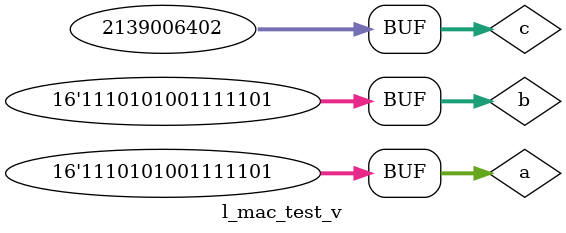
<source format=v>
`timescale 1ns / 1ps


module l_mac_test_v;

	// Inputs
	reg [15:0] a;
	reg [15:0] b;
	reg [31:0] c;

	// Outputs
	wire overflow;
	wire [31:0] out;

	// Instantiate the Unit Under Test (UUT)
	L_mac uut (
		.a(a), 
		.b(b), 
		.c(c), 
		.overflow(overflow), 
		.out(out)
	);

	initial begin
		#100
		// Initialize Inputs
		a = 16'h1343;
		b = 16'h1343;
		c = 32'h1;
		#100
		// Initialize Inputs
		a = 16'he2d2;
		b = 16'he2d2;
		c = 32'h2e60713;
		#100
		// Initialize Inputs
		a = 16'h1441;
		b = 16'h1441;
		c = 32'h98cef9b;
      #100
		// Initialize Inputs
		a = 16'hea7d;
		b = 16'hea7d;
		c = 32'h7f7ea5c2;
        
		// Add stimulus here

	end
      
endmodule


</source>
